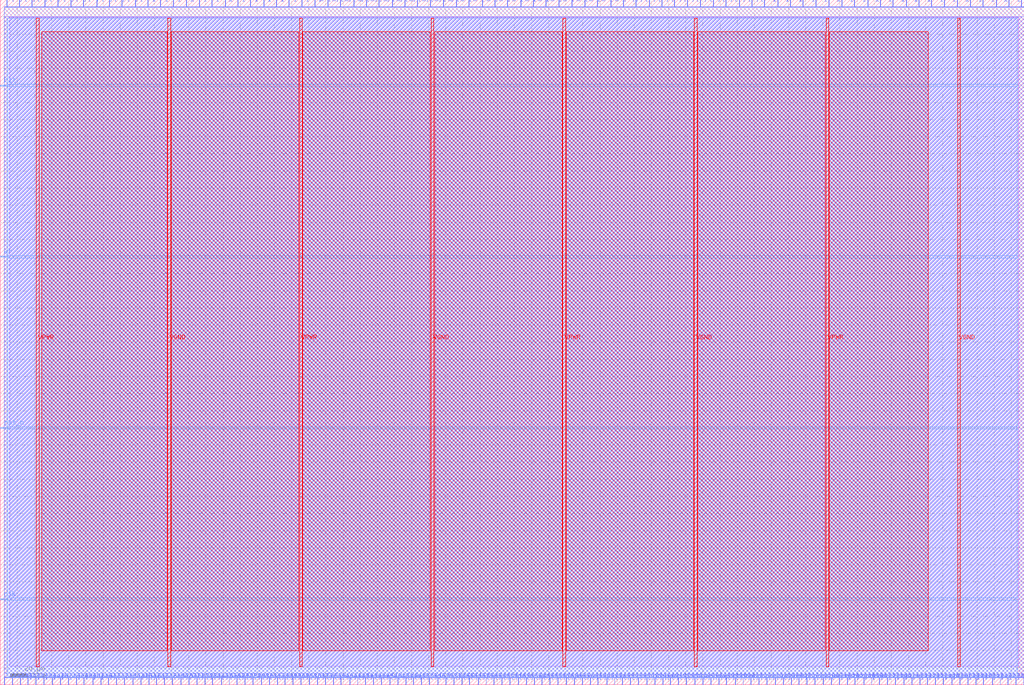
<source format=lef>
VERSION 5.7 ;
  NOWIREEXTENSIONATPIN ON ;
  DIVIDERCHAR "/" ;
  BUSBITCHARS "[]" ;
MACRO DMC_32x16HC
  CLASS BLOCK ;
  FOREIGN DMC_32x16HC ;
  ORIGIN 0.000 0.000 ;
  SIZE 597.470 BY 400.000 ;
  PIN A[0]
    DIRECTION INPUT ;
    USE SIGNAL ;
    PORT
      LAYER met2 ;
        RECT 3.770 396.000 4.050 400.000 ;
    END
  END A[0]
  PIN A[10]
    DIRECTION INPUT ;
    USE SIGNAL ;
    PORT
      LAYER met2 ;
        RECT 78.750 396.000 79.030 400.000 ;
    END
  END A[10]
  PIN A[11]
    DIRECTION INPUT ;
    USE SIGNAL ;
    PORT
      LAYER met2 ;
        RECT 86.110 396.000 86.390 400.000 ;
    END
  END A[11]
  PIN A[12]
    DIRECTION INPUT ;
    USE SIGNAL ;
    PORT
      LAYER met2 ;
        RECT 93.470 396.000 93.750 400.000 ;
    END
  END A[12]
  PIN A[13]
    DIRECTION INPUT ;
    USE SIGNAL ;
    PORT
      LAYER met2 ;
        RECT 100.830 396.000 101.110 400.000 ;
    END
  END A[13]
  PIN A[14]
    DIRECTION INPUT ;
    USE SIGNAL ;
    PORT
      LAYER met2 ;
        RECT 108.650 396.000 108.930 400.000 ;
    END
  END A[14]
  PIN A[15]
    DIRECTION INPUT ;
    USE SIGNAL ;
    PORT
      LAYER met2 ;
        RECT 116.010 396.000 116.290 400.000 ;
    END
  END A[15]
  PIN A[16]
    DIRECTION INPUT ;
    USE SIGNAL ;
    PORT
      LAYER met2 ;
        RECT 123.370 396.000 123.650 400.000 ;
    END
  END A[16]
  PIN A[17]
    DIRECTION INPUT ;
    USE SIGNAL ;
    PORT
      LAYER met2 ;
        RECT 131.190 396.000 131.470 400.000 ;
    END
  END A[17]
  PIN A[18]
    DIRECTION INPUT ;
    USE SIGNAL ;
    PORT
      LAYER met2 ;
        RECT 138.550 396.000 138.830 400.000 ;
    END
  END A[18]
  PIN A[19]
    DIRECTION INPUT ;
    USE SIGNAL ;
    PORT
      LAYER met2 ;
        RECT 145.910 396.000 146.190 400.000 ;
    END
  END A[19]
  PIN A[1]
    DIRECTION INPUT ;
    USE SIGNAL ;
    PORT
      LAYER met2 ;
        RECT 11.130 396.000 11.410 400.000 ;
    END
  END A[1]
  PIN A[20]
    DIRECTION INPUT ;
    USE SIGNAL ;
    PORT
      LAYER met2 ;
        RECT 153.730 396.000 154.010 400.000 ;
    END
  END A[20]
  PIN A[21]
    DIRECTION INPUT ;
    USE SIGNAL ;
    PORT
      LAYER met2 ;
        RECT 161.090 396.000 161.370 400.000 ;
    END
  END A[21]
  PIN A[22]
    DIRECTION INPUT ;
    USE SIGNAL ;
    PORT
      LAYER met2 ;
        RECT 168.450 396.000 168.730 400.000 ;
    END
  END A[22]
  PIN A[23]
    DIRECTION INPUT ;
    USE SIGNAL ;
    PORT
      LAYER met2 ;
        RECT 175.810 396.000 176.090 400.000 ;
    END
  END A[23]
  PIN A[2]
    DIRECTION INPUT ;
    USE SIGNAL ;
    PORT
      LAYER met2 ;
        RECT 18.490 396.000 18.770 400.000 ;
    END
  END A[2]
  PIN A[3]
    DIRECTION INPUT ;
    USE SIGNAL ;
    PORT
      LAYER met2 ;
        RECT 25.850 396.000 26.130 400.000 ;
    END
  END A[3]
  PIN A[4]
    DIRECTION INPUT ;
    USE SIGNAL ;
    PORT
      LAYER met2 ;
        RECT 33.670 396.000 33.950 400.000 ;
    END
  END A[4]
  PIN A[5]
    DIRECTION INPUT ;
    USE SIGNAL ;
    PORT
      LAYER met2 ;
        RECT 41.030 396.000 41.310 400.000 ;
    END
  END A[5]
  PIN A[6]
    DIRECTION INPUT ;
    USE SIGNAL ;
    PORT
      LAYER met2 ;
        RECT 48.390 396.000 48.670 400.000 ;
    END
  END A[6]
  PIN A[7]
    DIRECTION INPUT ;
    USE SIGNAL ;
    PORT
      LAYER met2 ;
        RECT 56.210 396.000 56.490 400.000 ;
    END
  END A[7]
  PIN A[8]
    DIRECTION INPUT ;
    USE SIGNAL ;
    PORT
      LAYER met2 ;
        RECT 63.570 396.000 63.850 400.000 ;
    END
  END A[8]
  PIN A[9]
    DIRECTION INPUT ;
    USE SIGNAL ;
    PORT
      LAYER met2 ;
        RECT 70.930 396.000 71.210 400.000 ;
    END
  END A[9]
  PIN A_h[0]
    DIRECTION INPUT ;
    USE SIGNAL ;
    PORT
      LAYER met2 ;
        RECT 183.630 396.000 183.910 400.000 ;
    END
  END A_h[0]
  PIN A_h[10]
    DIRECTION INPUT ;
    USE SIGNAL ;
    PORT
      LAYER met2 ;
        RECT 258.610 396.000 258.890 400.000 ;
    END
  END A_h[10]
  PIN A_h[11]
    DIRECTION INPUT ;
    USE SIGNAL ;
    PORT
      LAYER met2 ;
        RECT 265.970 396.000 266.250 400.000 ;
    END
  END A_h[11]
  PIN A_h[12]
    DIRECTION INPUT ;
    USE SIGNAL ;
    PORT
      LAYER met2 ;
        RECT 273.330 396.000 273.610 400.000 ;
    END
  END A_h[12]
  PIN A_h[13]
    DIRECTION INPUT ;
    USE SIGNAL ;
    PORT
      LAYER met2 ;
        RECT 281.150 396.000 281.430 400.000 ;
    END
  END A_h[13]
  PIN A_h[14]
    DIRECTION INPUT ;
    USE SIGNAL ;
    PORT
      LAYER met2 ;
        RECT 288.510 396.000 288.790 400.000 ;
    END
  END A_h[14]
  PIN A_h[15]
    DIRECTION INPUT ;
    USE SIGNAL ;
    PORT
      LAYER met2 ;
        RECT 295.870 396.000 296.150 400.000 ;
    END
  END A_h[15]
  PIN A_h[16]
    DIRECTION INPUT ;
    USE SIGNAL ;
    PORT
      LAYER met2 ;
        RECT 303.690 396.000 303.970 400.000 ;
    END
  END A_h[16]
  PIN A_h[17]
    DIRECTION INPUT ;
    USE SIGNAL ;
    PORT
      LAYER met2 ;
        RECT 311.050 396.000 311.330 400.000 ;
    END
  END A_h[17]
  PIN A_h[18]
    DIRECTION INPUT ;
    USE SIGNAL ;
    PORT
      LAYER met2 ;
        RECT 318.410 396.000 318.690 400.000 ;
    END
  END A_h[18]
  PIN A_h[19]
    DIRECTION INPUT ;
    USE SIGNAL ;
    PORT
      LAYER met2 ;
        RECT 325.770 396.000 326.050 400.000 ;
    END
  END A_h[19]
  PIN A_h[1]
    DIRECTION INPUT ;
    USE SIGNAL ;
    PORT
      LAYER met2 ;
        RECT 190.990 396.000 191.270 400.000 ;
    END
  END A_h[1]
  PIN A_h[20]
    DIRECTION INPUT ;
    USE SIGNAL ;
    PORT
      LAYER met2 ;
        RECT 333.590 396.000 333.870 400.000 ;
    END
  END A_h[20]
  PIN A_h[21]
    DIRECTION INPUT ;
    USE SIGNAL ;
    PORT
      LAYER met2 ;
        RECT 340.950 396.000 341.230 400.000 ;
    END
  END A_h[21]
  PIN A_h[22]
    DIRECTION INPUT ;
    USE SIGNAL ;
    PORT
      LAYER met2 ;
        RECT 348.310 396.000 348.590 400.000 ;
    END
  END A_h[22]
  PIN A_h[23]
    DIRECTION INPUT ;
    USE SIGNAL ;
    PORT
      LAYER met2 ;
        RECT 356.130 396.000 356.410 400.000 ;
    END
  END A_h[23]
  PIN A_h[2]
    DIRECTION INPUT ;
    USE SIGNAL ;
    PORT
      LAYER met2 ;
        RECT 198.350 396.000 198.630 400.000 ;
    END
  END A_h[2]
  PIN A_h[3]
    DIRECTION INPUT ;
    USE SIGNAL ;
    PORT
      LAYER met2 ;
        RECT 206.170 396.000 206.450 400.000 ;
    END
  END A_h[3]
  PIN A_h[4]
    DIRECTION INPUT ;
    USE SIGNAL ;
    PORT
      LAYER met2 ;
        RECT 213.530 396.000 213.810 400.000 ;
    END
  END A_h[4]
  PIN A_h[5]
    DIRECTION INPUT ;
    USE SIGNAL ;
    PORT
      LAYER met2 ;
        RECT 220.890 396.000 221.170 400.000 ;
    END
  END A_h[5]
  PIN A_h[6]
    DIRECTION INPUT ;
    USE SIGNAL ;
    PORT
      LAYER met2 ;
        RECT 228.710 396.000 228.990 400.000 ;
    END
  END A_h[6]
  PIN A_h[7]
    DIRECTION INPUT ;
    USE SIGNAL ;
    PORT
      LAYER met2 ;
        RECT 236.070 396.000 236.350 400.000 ;
    END
  END A_h[7]
  PIN A_h[8]
    DIRECTION INPUT ;
    USE SIGNAL ;
    PORT
      LAYER met2 ;
        RECT 243.430 396.000 243.710 400.000 ;
    END
  END A_h[8]
  PIN A_h[9]
    DIRECTION INPUT ;
    USE SIGNAL ;
    PORT
      LAYER met2 ;
        RECT 250.790 396.000 251.070 400.000 ;
    END
  END A_h[9]
  PIN Do[0]
    DIRECTION OUTPUT TRISTATE ;
    USE SIGNAL ;
    PORT
      LAYER met2 ;
        RECT 363.490 396.000 363.770 400.000 ;
    END
  END Do[0]
  PIN Do[10]
    DIRECTION OUTPUT TRISTATE ;
    USE SIGNAL ;
    PORT
      LAYER met2 ;
        RECT 438.470 396.000 438.750 400.000 ;
    END
  END Do[10]
  PIN Do[11]
    DIRECTION OUTPUT TRISTATE ;
    USE SIGNAL ;
    PORT
      LAYER met2 ;
        RECT 445.830 396.000 446.110 400.000 ;
    END
  END Do[11]
  PIN Do[12]
    DIRECTION OUTPUT TRISTATE ;
    USE SIGNAL ;
    PORT
      LAYER met2 ;
        RECT 453.650 396.000 453.930 400.000 ;
    END
  END Do[12]
  PIN Do[13]
    DIRECTION OUTPUT TRISTATE ;
    USE SIGNAL ;
    PORT
      LAYER met2 ;
        RECT 461.010 396.000 461.290 400.000 ;
    END
  END Do[13]
  PIN Do[14]
    DIRECTION OUTPUT TRISTATE ;
    USE SIGNAL ;
    PORT
      LAYER met2 ;
        RECT 468.370 396.000 468.650 400.000 ;
    END
  END Do[14]
  PIN Do[15]
    DIRECTION OUTPUT TRISTATE ;
    USE SIGNAL ;
    PORT
      LAYER met2 ;
        RECT 475.730 396.000 476.010 400.000 ;
    END
  END Do[15]
  PIN Do[16]
    DIRECTION OUTPUT TRISTATE ;
    USE SIGNAL ;
    PORT
      LAYER met2 ;
        RECT 483.550 396.000 483.830 400.000 ;
    END
  END Do[16]
  PIN Do[17]
    DIRECTION OUTPUT TRISTATE ;
    USE SIGNAL ;
    PORT
      LAYER met2 ;
        RECT 490.910 396.000 491.190 400.000 ;
    END
  END Do[17]
  PIN Do[18]
    DIRECTION OUTPUT TRISTATE ;
    USE SIGNAL ;
    PORT
      LAYER met2 ;
        RECT 498.270 396.000 498.550 400.000 ;
    END
  END Do[18]
  PIN Do[19]
    DIRECTION OUTPUT TRISTATE ;
    USE SIGNAL ;
    PORT
      LAYER met2 ;
        RECT 506.090 396.000 506.370 400.000 ;
    END
  END Do[19]
  PIN Do[1]
    DIRECTION OUTPUT TRISTATE ;
    USE SIGNAL ;
    PORT
      LAYER met2 ;
        RECT 370.850 396.000 371.130 400.000 ;
    END
  END Do[1]
  PIN Do[20]
    DIRECTION OUTPUT TRISTATE ;
    USE SIGNAL ;
    PORT
      LAYER met2 ;
        RECT 513.450 396.000 513.730 400.000 ;
    END
  END Do[20]
  PIN Do[21]
    DIRECTION OUTPUT TRISTATE ;
    USE SIGNAL ;
    PORT
      LAYER met2 ;
        RECT 520.810 396.000 521.090 400.000 ;
    END
  END Do[21]
  PIN Do[22]
    DIRECTION OUTPUT TRISTATE ;
    USE SIGNAL ;
    PORT
      LAYER met2 ;
        RECT 528.630 396.000 528.910 400.000 ;
    END
  END Do[22]
  PIN Do[23]
    DIRECTION OUTPUT TRISTATE ;
    USE SIGNAL ;
    PORT
      LAYER met2 ;
        RECT 535.990 396.000 536.270 400.000 ;
    END
  END Do[23]
  PIN Do[24]
    DIRECTION OUTPUT TRISTATE ;
    USE SIGNAL ;
    PORT
      LAYER met2 ;
        RECT 543.350 396.000 543.630 400.000 ;
    END
  END Do[24]
  PIN Do[25]
    DIRECTION OUTPUT TRISTATE ;
    USE SIGNAL ;
    PORT
      LAYER met2 ;
        RECT 550.710 396.000 550.990 400.000 ;
    END
  END Do[25]
  PIN Do[26]
    DIRECTION OUTPUT TRISTATE ;
    USE SIGNAL ;
    PORT
      LAYER met2 ;
        RECT 558.530 396.000 558.810 400.000 ;
    END
  END Do[26]
  PIN Do[27]
    DIRECTION OUTPUT TRISTATE ;
    USE SIGNAL ;
    PORT
      LAYER met2 ;
        RECT 565.890 396.000 566.170 400.000 ;
    END
  END Do[27]
  PIN Do[28]
    DIRECTION OUTPUT TRISTATE ;
    USE SIGNAL ;
    PORT
      LAYER met2 ;
        RECT 573.250 396.000 573.530 400.000 ;
    END
  END Do[28]
  PIN Do[29]
    DIRECTION OUTPUT TRISTATE ;
    USE SIGNAL ;
    PORT
      LAYER met2 ;
        RECT 581.070 396.000 581.350 400.000 ;
    END
  END Do[29]
  PIN Do[2]
    DIRECTION OUTPUT TRISTATE ;
    USE SIGNAL ;
    PORT
      LAYER met2 ;
        RECT 378.670 396.000 378.950 400.000 ;
    END
  END Do[2]
  PIN Do[30]
    DIRECTION OUTPUT TRISTATE ;
    USE SIGNAL ;
    PORT
      LAYER met2 ;
        RECT 588.430 396.000 588.710 400.000 ;
    END
  END Do[30]
  PIN Do[31]
    DIRECTION OUTPUT TRISTATE ;
    USE SIGNAL ;
    PORT
      LAYER met2 ;
        RECT 595.790 396.000 596.070 400.000 ;
    END
  END Do[31]
  PIN Do[3]
    DIRECTION OUTPUT TRISTATE ;
    USE SIGNAL ;
    PORT
      LAYER met2 ;
        RECT 386.030 396.000 386.310 400.000 ;
    END
  END Do[3]
  PIN Do[4]
    DIRECTION OUTPUT TRISTATE ;
    USE SIGNAL ;
    PORT
      LAYER met2 ;
        RECT 393.390 396.000 393.670 400.000 ;
    END
  END Do[4]
  PIN Do[5]
    DIRECTION OUTPUT TRISTATE ;
    USE SIGNAL ;
    PORT
      LAYER met2 ;
        RECT 400.750 396.000 401.030 400.000 ;
    END
  END Do[5]
  PIN Do[6]
    DIRECTION OUTPUT TRISTATE ;
    USE SIGNAL ;
    PORT
      LAYER met2 ;
        RECT 408.570 396.000 408.850 400.000 ;
    END
  END Do[6]
  PIN Do[7]
    DIRECTION OUTPUT TRISTATE ;
    USE SIGNAL ;
    PORT
      LAYER met2 ;
        RECT 415.930 396.000 416.210 400.000 ;
    END
  END Do[7]
  PIN Do[8]
    DIRECTION OUTPUT TRISTATE ;
    USE SIGNAL ;
    PORT
      LAYER met2 ;
        RECT 423.290 396.000 423.570 400.000 ;
    END
  END Do[8]
  PIN Do[9]
    DIRECTION OUTPUT TRISTATE ;
    USE SIGNAL ;
    PORT
      LAYER met2 ;
        RECT 431.110 396.000 431.390 400.000 ;
    END
  END Do[9]
  PIN clk
    DIRECTION INPUT ;
    USE SIGNAL ;
    PORT
      LAYER met3 ;
        RECT 0.000 49.680 4.000 50.280 ;
    END
  END clk
  PIN hit
    DIRECTION OUTPUT TRISTATE ;
    USE SIGNAL ;
    PORT
      LAYER met3 ;
        RECT 0.000 349.560 4.000 350.160 ;
    END
  END hit
  PIN line[0]
    DIRECTION INPUT ;
    USE SIGNAL ;
    PORT
      LAYER met2 ;
        RECT 2.390 0.000 2.670 4.000 ;
    END
  END line[0]
  PIN line[100]
    DIRECTION INPUT ;
    USE SIGNAL ;
    PORT
      LAYER met2 ;
        RECT 470.670 0.000 470.950 4.000 ;
    END
  END line[100]
  PIN line[101]
    DIRECTION INPUT ;
    USE SIGNAL ;
    PORT
      LAYER met2 ;
        RECT 475.270 0.000 475.550 4.000 ;
    END
  END line[101]
  PIN line[102]
    DIRECTION INPUT ;
    USE SIGNAL ;
    PORT
      LAYER met2 ;
        RECT 480.330 0.000 480.610 4.000 ;
    END
  END line[102]
  PIN line[103]
    DIRECTION INPUT ;
    USE SIGNAL ;
    PORT
      LAYER met2 ;
        RECT 484.930 0.000 485.210 4.000 ;
    END
  END line[103]
  PIN line[104]
    DIRECTION INPUT ;
    USE SIGNAL ;
    PORT
      LAYER met2 ;
        RECT 489.530 0.000 489.810 4.000 ;
    END
  END line[104]
  PIN line[105]
    DIRECTION INPUT ;
    USE SIGNAL ;
    PORT
      LAYER met2 ;
        RECT 494.130 0.000 494.410 4.000 ;
    END
  END line[105]
  PIN line[106]
    DIRECTION INPUT ;
    USE SIGNAL ;
    PORT
      LAYER met2 ;
        RECT 498.730 0.000 499.010 4.000 ;
    END
  END line[106]
  PIN line[107]
    DIRECTION INPUT ;
    USE SIGNAL ;
    PORT
      LAYER met2 ;
        RECT 503.790 0.000 504.070 4.000 ;
    END
  END line[107]
  PIN line[108]
    DIRECTION INPUT ;
    USE SIGNAL ;
    PORT
      LAYER met2 ;
        RECT 508.390 0.000 508.670 4.000 ;
    END
  END line[108]
  PIN line[109]
    DIRECTION INPUT ;
    USE SIGNAL ;
    PORT
      LAYER met2 ;
        RECT 512.990 0.000 513.270 4.000 ;
    END
  END line[109]
  PIN line[10]
    DIRECTION INPUT ;
    USE SIGNAL ;
    PORT
      LAYER met2 ;
        RECT 48.850 0.000 49.130 4.000 ;
    END
  END line[10]
  PIN line[110]
    DIRECTION INPUT ;
    USE SIGNAL ;
    PORT
      LAYER met2 ;
        RECT 517.590 0.000 517.870 4.000 ;
    END
  END line[110]
  PIN line[111]
    DIRECTION INPUT ;
    USE SIGNAL ;
    PORT
      LAYER met2 ;
        RECT 522.190 0.000 522.470 4.000 ;
    END
  END line[111]
  PIN line[112]
    DIRECTION INPUT ;
    USE SIGNAL ;
    PORT
      LAYER met2 ;
        RECT 527.250 0.000 527.530 4.000 ;
    END
  END line[112]
  PIN line[113]
    DIRECTION INPUT ;
    USE SIGNAL ;
    PORT
      LAYER met2 ;
        RECT 531.850 0.000 532.130 4.000 ;
    END
  END line[113]
  PIN line[114]
    DIRECTION INPUT ;
    USE SIGNAL ;
    PORT
      LAYER met2 ;
        RECT 536.450 0.000 536.730 4.000 ;
    END
  END line[114]
  PIN line[115]
    DIRECTION INPUT ;
    USE SIGNAL ;
    PORT
      LAYER met2 ;
        RECT 541.050 0.000 541.330 4.000 ;
    END
  END line[115]
  PIN line[116]
    DIRECTION INPUT ;
    USE SIGNAL ;
    PORT
      LAYER met2 ;
        RECT 545.650 0.000 545.930 4.000 ;
    END
  END line[116]
  PIN line[117]
    DIRECTION INPUT ;
    USE SIGNAL ;
    PORT
      LAYER met2 ;
        RECT 550.250 0.000 550.530 4.000 ;
    END
  END line[117]
  PIN line[118]
    DIRECTION INPUT ;
    USE SIGNAL ;
    PORT
      LAYER met2 ;
        RECT 555.310 0.000 555.590 4.000 ;
    END
  END line[118]
  PIN line[119]
    DIRECTION INPUT ;
    USE SIGNAL ;
    PORT
      LAYER met2 ;
        RECT 559.910 0.000 560.190 4.000 ;
    END
  END line[119]
  PIN line[11]
    DIRECTION INPUT ;
    USE SIGNAL ;
    PORT
      LAYER met2 ;
        RECT 53.910 0.000 54.190 4.000 ;
    END
  END line[11]
  PIN line[120]
    DIRECTION INPUT ;
    USE SIGNAL ;
    PORT
      LAYER met2 ;
        RECT 564.510 0.000 564.790 4.000 ;
    END
  END line[120]
  PIN line[121]
    DIRECTION INPUT ;
    USE SIGNAL ;
    PORT
      LAYER met2 ;
        RECT 569.110 0.000 569.390 4.000 ;
    END
  END line[121]
  PIN line[122]
    DIRECTION INPUT ;
    USE SIGNAL ;
    PORT
      LAYER met2 ;
        RECT 573.710 0.000 573.990 4.000 ;
    END
  END line[122]
  PIN line[123]
    DIRECTION INPUT ;
    USE SIGNAL ;
    PORT
      LAYER met2 ;
        RECT 578.770 0.000 579.050 4.000 ;
    END
  END line[123]
  PIN line[124]
    DIRECTION INPUT ;
    USE SIGNAL ;
    PORT
      LAYER met2 ;
        RECT 583.370 0.000 583.650 4.000 ;
    END
  END line[124]
  PIN line[125]
    DIRECTION INPUT ;
    USE SIGNAL ;
    PORT
      LAYER met2 ;
        RECT 587.970 0.000 588.250 4.000 ;
    END
  END line[125]
  PIN line[126]
    DIRECTION INPUT ;
    USE SIGNAL ;
    PORT
      LAYER met2 ;
        RECT 592.570 0.000 592.850 4.000 ;
    END
  END line[126]
  PIN line[127]
    DIRECTION INPUT ;
    USE SIGNAL ;
    PORT
      LAYER met2 ;
        RECT 597.170 0.000 597.450 4.000 ;
    END
  END line[127]
  PIN line[12]
    DIRECTION INPUT ;
    USE SIGNAL ;
    PORT
      LAYER met2 ;
        RECT 58.510 0.000 58.790 4.000 ;
    END
  END line[12]
  PIN line[13]
    DIRECTION INPUT ;
    USE SIGNAL ;
    PORT
      LAYER met2 ;
        RECT 63.110 0.000 63.390 4.000 ;
    END
  END line[13]
  PIN line[14]
    DIRECTION INPUT ;
    USE SIGNAL ;
    PORT
      LAYER met2 ;
        RECT 67.710 0.000 67.990 4.000 ;
    END
  END line[14]
  PIN line[15]
    DIRECTION INPUT ;
    USE SIGNAL ;
    PORT
      LAYER met2 ;
        RECT 72.310 0.000 72.590 4.000 ;
    END
  END line[15]
  PIN line[16]
    DIRECTION INPUT ;
    USE SIGNAL ;
    PORT
      LAYER met2 ;
        RECT 77.370 0.000 77.650 4.000 ;
    END
  END line[16]
  PIN line[17]
    DIRECTION INPUT ;
    USE SIGNAL ;
    PORT
      LAYER met2 ;
        RECT 81.970 0.000 82.250 4.000 ;
    END
  END line[17]
  PIN line[18]
    DIRECTION INPUT ;
    USE SIGNAL ;
    PORT
      LAYER met2 ;
        RECT 86.570 0.000 86.850 4.000 ;
    END
  END line[18]
  PIN line[19]
    DIRECTION INPUT ;
    USE SIGNAL ;
    PORT
      LAYER met2 ;
        RECT 91.170 0.000 91.450 4.000 ;
    END
  END line[19]
  PIN line[1]
    DIRECTION INPUT ;
    USE SIGNAL ;
    PORT
      LAYER met2 ;
        RECT 6.990 0.000 7.270 4.000 ;
    END
  END line[1]
  PIN line[20]
    DIRECTION INPUT ;
    USE SIGNAL ;
    PORT
      LAYER met2 ;
        RECT 95.770 0.000 96.050 4.000 ;
    END
  END line[20]
  PIN line[21]
    DIRECTION INPUT ;
    USE SIGNAL ;
    PORT
      LAYER met2 ;
        RECT 100.370 0.000 100.650 4.000 ;
    END
  END line[21]
  PIN line[22]
    DIRECTION INPUT ;
    USE SIGNAL ;
    PORT
      LAYER met2 ;
        RECT 105.430 0.000 105.710 4.000 ;
    END
  END line[22]
  PIN line[23]
    DIRECTION INPUT ;
    USE SIGNAL ;
    PORT
      LAYER met2 ;
        RECT 110.030 0.000 110.310 4.000 ;
    END
  END line[23]
  PIN line[24]
    DIRECTION INPUT ;
    USE SIGNAL ;
    PORT
      LAYER met2 ;
        RECT 114.630 0.000 114.910 4.000 ;
    END
  END line[24]
  PIN line[25]
    DIRECTION INPUT ;
    USE SIGNAL ;
    PORT
      LAYER met2 ;
        RECT 119.230 0.000 119.510 4.000 ;
    END
  END line[25]
  PIN line[26]
    DIRECTION INPUT ;
    USE SIGNAL ;
    PORT
      LAYER met2 ;
        RECT 123.830 0.000 124.110 4.000 ;
    END
  END line[26]
  PIN line[27]
    DIRECTION INPUT ;
    USE SIGNAL ;
    PORT
      LAYER met2 ;
        RECT 128.890 0.000 129.170 4.000 ;
    END
  END line[27]
  PIN line[28]
    DIRECTION INPUT ;
    USE SIGNAL ;
    PORT
      LAYER met2 ;
        RECT 133.490 0.000 133.770 4.000 ;
    END
  END line[28]
  PIN line[29]
    DIRECTION INPUT ;
    USE SIGNAL ;
    PORT
      LAYER met2 ;
        RECT 138.090 0.000 138.370 4.000 ;
    END
  END line[29]
  PIN line[2]
    DIRECTION INPUT ;
    USE SIGNAL ;
    PORT
      LAYER met2 ;
        RECT 11.590 0.000 11.870 4.000 ;
    END
  END line[2]
  PIN line[30]
    DIRECTION INPUT ;
    USE SIGNAL ;
    PORT
      LAYER met2 ;
        RECT 142.690 0.000 142.970 4.000 ;
    END
  END line[30]
  PIN line[31]
    DIRECTION INPUT ;
    USE SIGNAL ;
    PORT
      LAYER met2 ;
        RECT 147.290 0.000 147.570 4.000 ;
    END
  END line[31]
  PIN line[32]
    DIRECTION INPUT ;
    USE SIGNAL ;
    PORT
      LAYER met2 ;
        RECT 152.350 0.000 152.630 4.000 ;
    END
  END line[32]
  PIN line[33]
    DIRECTION INPUT ;
    USE SIGNAL ;
    PORT
      LAYER met2 ;
        RECT 156.950 0.000 157.230 4.000 ;
    END
  END line[33]
  PIN line[34]
    DIRECTION INPUT ;
    USE SIGNAL ;
    PORT
      LAYER met2 ;
        RECT 161.550 0.000 161.830 4.000 ;
    END
  END line[34]
  PIN line[35]
    DIRECTION INPUT ;
    USE SIGNAL ;
    PORT
      LAYER met2 ;
        RECT 166.150 0.000 166.430 4.000 ;
    END
  END line[35]
  PIN line[36]
    DIRECTION INPUT ;
    USE SIGNAL ;
    PORT
      LAYER met2 ;
        RECT 170.750 0.000 171.030 4.000 ;
    END
  END line[36]
  PIN line[37]
    DIRECTION INPUT ;
    USE SIGNAL ;
    PORT
      LAYER met2 ;
        RECT 175.350 0.000 175.630 4.000 ;
    END
  END line[37]
  PIN line[38]
    DIRECTION INPUT ;
    USE SIGNAL ;
    PORT
      LAYER met2 ;
        RECT 180.410 0.000 180.690 4.000 ;
    END
  END line[38]
  PIN line[39]
    DIRECTION INPUT ;
    USE SIGNAL ;
    PORT
      LAYER met2 ;
        RECT 185.010 0.000 185.290 4.000 ;
    END
  END line[39]
  PIN line[3]
    DIRECTION INPUT ;
    USE SIGNAL ;
    PORT
      LAYER met2 ;
        RECT 16.190 0.000 16.470 4.000 ;
    END
  END line[3]
  PIN line[40]
    DIRECTION INPUT ;
    USE SIGNAL ;
    PORT
      LAYER met2 ;
        RECT 189.610 0.000 189.890 4.000 ;
    END
  END line[40]
  PIN line[41]
    DIRECTION INPUT ;
    USE SIGNAL ;
    PORT
      LAYER met2 ;
        RECT 194.210 0.000 194.490 4.000 ;
    END
  END line[41]
  PIN line[42]
    DIRECTION INPUT ;
    USE SIGNAL ;
    PORT
      LAYER met2 ;
        RECT 198.810 0.000 199.090 4.000 ;
    END
  END line[42]
  PIN line[43]
    DIRECTION INPUT ;
    USE SIGNAL ;
    PORT
      LAYER met2 ;
        RECT 203.870 0.000 204.150 4.000 ;
    END
  END line[43]
  PIN line[44]
    DIRECTION INPUT ;
    USE SIGNAL ;
    PORT
      LAYER met2 ;
        RECT 208.470 0.000 208.750 4.000 ;
    END
  END line[44]
  PIN line[45]
    DIRECTION INPUT ;
    USE SIGNAL ;
    PORT
      LAYER met2 ;
        RECT 213.070 0.000 213.350 4.000 ;
    END
  END line[45]
  PIN line[46]
    DIRECTION INPUT ;
    USE SIGNAL ;
    PORT
      LAYER met2 ;
        RECT 217.670 0.000 217.950 4.000 ;
    END
  END line[46]
  PIN line[47]
    DIRECTION INPUT ;
    USE SIGNAL ;
    PORT
      LAYER met2 ;
        RECT 222.270 0.000 222.550 4.000 ;
    END
  END line[47]
  PIN line[48]
    DIRECTION INPUT ;
    USE SIGNAL ;
    PORT
      LAYER met2 ;
        RECT 227.330 0.000 227.610 4.000 ;
    END
  END line[48]
  PIN line[49]
    DIRECTION INPUT ;
    USE SIGNAL ;
    PORT
      LAYER met2 ;
        RECT 231.930 0.000 232.210 4.000 ;
    END
  END line[49]
  PIN line[4]
    DIRECTION INPUT ;
    USE SIGNAL ;
    PORT
      LAYER met2 ;
        RECT 20.790 0.000 21.070 4.000 ;
    END
  END line[4]
  PIN line[50]
    DIRECTION INPUT ;
    USE SIGNAL ;
    PORT
      LAYER met2 ;
        RECT 236.530 0.000 236.810 4.000 ;
    END
  END line[50]
  PIN line[51]
    DIRECTION INPUT ;
    USE SIGNAL ;
    PORT
      LAYER met2 ;
        RECT 241.130 0.000 241.410 4.000 ;
    END
  END line[51]
  PIN line[52]
    DIRECTION INPUT ;
    USE SIGNAL ;
    PORT
      LAYER met2 ;
        RECT 245.730 0.000 246.010 4.000 ;
    END
  END line[52]
  PIN line[53]
    DIRECTION INPUT ;
    USE SIGNAL ;
    PORT
      LAYER met2 ;
        RECT 250.330 0.000 250.610 4.000 ;
    END
  END line[53]
  PIN line[54]
    DIRECTION INPUT ;
    USE SIGNAL ;
    PORT
      LAYER met2 ;
        RECT 255.390 0.000 255.670 4.000 ;
    END
  END line[54]
  PIN line[55]
    DIRECTION INPUT ;
    USE SIGNAL ;
    PORT
      LAYER met2 ;
        RECT 259.990 0.000 260.270 4.000 ;
    END
  END line[55]
  PIN line[56]
    DIRECTION INPUT ;
    USE SIGNAL ;
    PORT
      LAYER met2 ;
        RECT 264.590 0.000 264.870 4.000 ;
    END
  END line[56]
  PIN line[57]
    DIRECTION INPUT ;
    USE SIGNAL ;
    PORT
      LAYER met2 ;
        RECT 269.190 0.000 269.470 4.000 ;
    END
  END line[57]
  PIN line[58]
    DIRECTION INPUT ;
    USE SIGNAL ;
    PORT
      LAYER met2 ;
        RECT 273.790 0.000 274.070 4.000 ;
    END
  END line[58]
  PIN line[59]
    DIRECTION INPUT ;
    USE SIGNAL ;
    PORT
      LAYER met2 ;
        RECT 278.850 0.000 279.130 4.000 ;
    END
  END line[59]
  PIN line[5]
    DIRECTION INPUT ;
    USE SIGNAL ;
    PORT
      LAYER met2 ;
        RECT 25.390 0.000 25.670 4.000 ;
    END
  END line[5]
  PIN line[60]
    DIRECTION INPUT ;
    USE SIGNAL ;
    PORT
      LAYER met2 ;
        RECT 283.450 0.000 283.730 4.000 ;
    END
  END line[60]
  PIN line[61]
    DIRECTION INPUT ;
    USE SIGNAL ;
    PORT
      LAYER met2 ;
        RECT 288.050 0.000 288.330 4.000 ;
    END
  END line[61]
  PIN line[62]
    DIRECTION INPUT ;
    USE SIGNAL ;
    PORT
      LAYER met2 ;
        RECT 292.650 0.000 292.930 4.000 ;
    END
  END line[62]
  PIN line[63]
    DIRECTION INPUT ;
    USE SIGNAL ;
    PORT
      LAYER met2 ;
        RECT 297.250 0.000 297.530 4.000 ;
    END
  END line[63]
  PIN line[64]
    DIRECTION INPUT ;
    USE SIGNAL ;
    PORT
      LAYER met2 ;
        RECT 302.310 0.000 302.590 4.000 ;
    END
  END line[64]
  PIN line[65]
    DIRECTION INPUT ;
    USE SIGNAL ;
    PORT
      LAYER met2 ;
        RECT 306.910 0.000 307.190 4.000 ;
    END
  END line[65]
  PIN line[66]
    DIRECTION INPUT ;
    USE SIGNAL ;
    PORT
      LAYER met2 ;
        RECT 311.510 0.000 311.790 4.000 ;
    END
  END line[66]
  PIN line[67]
    DIRECTION INPUT ;
    USE SIGNAL ;
    PORT
      LAYER met2 ;
        RECT 316.110 0.000 316.390 4.000 ;
    END
  END line[67]
  PIN line[68]
    DIRECTION INPUT ;
    USE SIGNAL ;
    PORT
      LAYER met2 ;
        RECT 320.710 0.000 320.990 4.000 ;
    END
  END line[68]
  PIN line[69]
    DIRECTION INPUT ;
    USE SIGNAL ;
    PORT
      LAYER met2 ;
        RECT 325.310 0.000 325.590 4.000 ;
    END
  END line[69]
  PIN line[6]
    DIRECTION INPUT ;
    USE SIGNAL ;
    PORT
      LAYER met2 ;
        RECT 30.450 0.000 30.730 4.000 ;
    END
  END line[6]
  PIN line[70]
    DIRECTION INPUT ;
    USE SIGNAL ;
    PORT
      LAYER met2 ;
        RECT 330.370 0.000 330.650 4.000 ;
    END
  END line[70]
  PIN line[71]
    DIRECTION INPUT ;
    USE SIGNAL ;
    PORT
      LAYER met2 ;
        RECT 334.970 0.000 335.250 4.000 ;
    END
  END line[71]
  PIN line[72]
    DIRECTION INPUT ;
    USE SIGNAL ;
    PORT
      LAYER met2 ;
        RECT 339.570 0.000 339.850 4.000 ;
    END
  END line[72]
  PIN line[73]
    DIRECTION INPUT ;
    USE SIGNAL ;
    PORT
      LAYER met2 ;
        RECT 344.170 0.000 344.450 4.000 ;
    END
  END line[73]
  PIN line[74]
    DIRECTION INPUT ;
    USE SIGNAL ;
    PORT
      LAYER met2 ;
        RECT 348.770 0.000 349.050 4.000 ;
    END
  END line[74]
  PIN line[75]
    DIRECTION INPUT ;
    USE SIGNAL ;
    PORT
      LAYER met2 ;
        RECT 353.830 0.000 354.110 4.000 ;
    END
  END line[75]
  PIN line[76]
    DIRECTION INPUT ;
    USE SIGNAL ;
    PORT
      LAYER met2 ;
        RECT 358.430 0.000 358.710 4.000 ;
    END
  END line[76]
  PIN line[77]
    DIRECTION INPUT ;
    USE SIGNAL ;
    PORT
      LAYER met2 ;
        RECT 363.030 0.000 363.310 4.000 ;
    END
  END line[77]
  PIN line[78]
    DIRECTION INPUT ;
    USE SIGNAL ;
    PORT
      LAYER met2 ;
        RECT 367.630 0.000 367.910 4.000 ;
    END
  END line[78]
  PIN line[79]
    DIRECTION INPUT ;
    USE SIGNAL ;
    PORT
      LAYER met2 ;
        RECT 372.230 0.000 372.510 4.000 ;
    END
  END line[79]
  PIN line[7]
    DIRECTION INPUT ;
    USE SIGNAL ;
    PORT
      LAYER met2 ;
        RECT 35.050 0.000 35.330 4.000 ;
    END
  END line[7]
  PIN line[80]
    DIRECTION INPUT ;
    USE SIGNAL ;
    PORT
      LAYER met2 ;
        RECT 377.290 0.000 377.570 4.000 ;
    END
  END line[80]
  PIN line[81]
    DIRECTION INPUT ;
    USE SIGNAL ;
    PORT
      LAYER met2 ;
        RECT 381.890 0.000 382.170 4.000 ;
    END
  END line[81]
  PIN line[82]
    DIRECTION INPUT ;
    USE SIGNAL ;
    PORT
      LAYER met2 ;
        RECT 386.490 0.000 386.770 4.000 ;
    END
  END line[82]
  PIN line[83]
    DIRECTION INPUT ;
    USE SIGNAL ;
    PORT
      LAYER met2 ;
        RECT 391.090 0.000 391.370 4.000 ;
    END
  END line[83]
  PIN line[84]
    DIRECTION INPUT ;
    USE SIGNAL ;
    PORT
      LAYER met2 ;
        RECT 395.690 0.000 395.970 4.000 ;
    END
  END line[84]
  PIN line[85]
    DIRECTION INPUT ;
    USE SIGNAL ;
    PORT
      LAYER met2 ;
        RECT 400.290 0.000 400.570 4.000 ;
    END
  END line[85]
  PIN line[86]
    DIRECTION INPUT ;
    USE SIGNAL ;
    PORT
      LAYER met2 ;
        RECT 405.350 0.000 405.630 4.000 ;
    END
  END line[86]
  PIN line[87]
    DIRECTION INPUT ;
    USE SIGNAL ;
    PORT
      LAYER met2 ;
        RECT 409.950 0.000 410.230 4.000 ;
    END
  END line[87]
  PIN line[88]
    DIRECTION INPUT ;
    USE SIGNAL ;
    PORT
      LAYER met2 ;
        RECT 414.550 0.000 414.830 4.000 ;
    END
  END line[88]
  PIN line[89]
    DIRECTION INPUT ;
    USE SIGNAL ;
    PORT
      LAYER met2 ;
        RECT 419.150 0.000 419.430 4.000 ;
    END
  END line[89]
  PIN line[8]
    DIRECTION INPUT ;
    USE SIGNAL ;
    PORT
      LAYER met2 ;
        RECT 39.650 0.000 39.930 4.000 ;
    END
  END line[8]
  PIN line[90]
    DIRECTION INPUT ;
    USE SIGNAL ;
    PORT
      LAYER met2 ;
        RECT 423.750 0.000 424.030 4.000 ;
    END
  END line[90]
  PIN line[91]
    DIRECTION INPUT ;
    USE SIGNAL ;
    PORT
      LAYER met2 ;
        RECT 428.810 0.000 429.090 4.000 ;
    END
  END line[91]
  PIN line[92]
    DIRECTION INPUT ;
    USE SIGNAL ;
    PORT
      LAYER met2 ;
        RECT 433.410 0.000 433.690 4.000 ;
    END
  END line[92]
  PIN line[93]
    DIRECTION INPUT ;
    USE SIGNAL ;
    PORT
      LAYER met2 ;
        RECT 438.010 0.000 438.290 4.000 ;
    END
  END line[93]
  PIN line[94]
    DIRECTION INPUT ;
    USE SIGNAL ;
    PORT
      LAYER met2 ;
        RECT 442.610 0.000 442.890 4.000 ;
    END
  END line[94]
  PIN line[95]
    DIRECTION INPUT ;
    USE SIGNAL ;
    PORT
      LAYER met2 ;
        RECT 447.210 0.000 447.490 4.000 ;
    END
  END line[95]
  PIN line[96]
    DIRECTION INPUT ;
    USE SIGNAL ;
    PORT
      LAYER met2 ;
        RECT 452.270 0.000 452.550 4.000 ;
    END
  END line[96]
  PIN line[97]
    DIRECTION INPUT ;
    USE SIGNAL ;
    PORT
      LAYER met2 ;
        RECT 456.870 0.000 457.150 4.000 ;
    END
  END line[97]
  PIN line[98]
    DIRECTION INPUT ;
    USE SIGNAL ;
    PORT
      LAYER met2 ;
        RECT 461.470 0.000 461.750 4.000 ;
    END
  END line[98]
  PIN line[99]
    DIRECTION INPUT ;
    USE SIGNAL ;
    PORT
      LAYER met2 ;
        RECT 466.070 0.000 466.350 4.000 ;
    END
  END line[99]
  PIN line[9]
    DIRECTION INPUT ;
    USE SIGNAL ;
    PORT
      LAYER met2 ;
        RECT 44.250 0.000 44.530 4.000 ;
    END
  END line[9]
  PIN rst_n
    DIRECTION INPUT ;
    USE SIGNAL ;
    PORT
      LAYER met3 ;
        RECT 0.000 149.640 4.000 150.240 ;
    END
  END rst_n
  PIN wr
    DIRECTION INPUT ;
    USE SIGNAL ;
    PORT
      LAYER met3 ;
        RECT 0.000 249.600 4.000 250.200 ;
    END
  END wr
  PIN VPWR
    DIRECTION INOUT ;
    USE POWER ;
    PORT
      LAYER met4 ;
        RECT 481.840 10.640 483.440 389.200 ;
    END
  END VPWR
  PIN VPWR
    DIRECTION INOUT ;
    USE POWER ;
    PORT
      LAYER met4 ;
        RECT 328.240 10.640 329.840 389.200 ;
    END
  END VPWR
  PIN VPWR
    DIRECTION INOUT ;
    USE POWER ;
    PORT
      LAYER met4 ;
        RECT 174.640 10.640 176.240 389.200 ;
    END
  END VPWR
  PIN VPWR
    DIRECTION INOUT ;
    USE POWER ;
    PORT
      LAYER met4 ;
        RECT 21.040 10.640 22.640 389.200 ;
    END
  END VPWR
  PIN VGND
    DIRECTION INOUT ;
    USE GROUND ;
    PORT
      LAYER met4 ;
        RECT 558.640 10.640 560.240 389.200 ;
    END
  END VGND
  PIN VGND
    DIRECTION INOUT ;
    USE GROUND ;
    PORT
      LAYER met4 ;
        RECT 405.040 10.640 406.640 389.200 ;
    END
  END VGND
  PIN VGND
    DIRECTION INOUT ;
    USE GROUND ;
    PORT
      LAYER met4 ;
        RECT 251.440 10.640 253.040 389.200 ;
    END
  END VGND
  PIN VGND
    DIRECTION INOUT ;
    USE GROUND ;
    PORT
      LAYER met4 ;
        RECT 97.840 10.640 99.440 389.200 ;
    END
  END VGND
  OBS
      LAYER li1 ;
        RECT 5.520 10.795 594.320 389.895 ;
      LAYER met1 ;
        RECT 2.370 4.460 597.470 389.940 ;
      LAYER met2 ;
        RECT 2.400 395.720 3.490 396.000 ;
        RECT 4.330 395.720 10.850 396.000 ;
        RECT 11.690 395.720 18.210 396.000 ;
        RECT 19.050 395.720 25.570 396.000 ;
        RECT 26.410 395.720 33.390 396.000 ;
        RECT 34.230 395.720 40.750 396.000 ;
        RECT 41.590 395.720 48.110 396.000 ;
        RECT 48.950 395.720 55.930 396.000 ;
        RECT 56.770 395.720 63.290 396.000 ;
        RECT 64.130 395.720 70.650 396.000 ;
        RECT 71.490 395.720 78.470 396.000 ;
        RECT 79.310 395.720 85.830 396.000 ;
        RECT 86.670 395.720 93.190 396.000 ;
        RECT 94.030 395.720 100.550 396.000 ;
        RECT 101.390 395.720 108.370 396.000 ;
        RECT 109.210 395.720 115.730 396.000 ;
        RECT 116.570 395.720 123.090 396.000 ;
        RECT 123.930 395.720 130.910 396.000 ;
        RECT 131.750 395.720 138.270 396.000 ;
        RECT 139.110 395.720 145.630 396.000 ;
        RECT 146.470 395.720 153.450 396.000 ;
        RECT 154.290 395.720 160.810 396.000 ;
        RECT 161.650 395.720 168.170 396.000 ;
        RECT 169.010 395.720 175.530 396.000 ;
        RECT 176.370 395.720 183.350 396.000 ;
        RECT 184.190 395.720 190.710 396.000 ;
        RECT 191.550 395.720 198.070 396.000 ;
        RECT 198.910 395.720 205.890 396.000 ;
        RECT 206.730 395.720 213.250 396.000 ;
        RECT 214.090 395.720 220.610 396.000 ;
        RECT 221.450 395.720 228.430 396.000 ;
        RECT 229.270 395.720 235.790 396.000 ;
        RECT 236.630 395.720 243.150 396.000 ;
        RECT 243.990 395.720 250.510 396.000 ;
        RECT 251.350 395.720 258.330 396.000 ;
        RECT 259.170 395.720 265.690 396.000 ;
        RECT 266.530 395.720 273.050 396.000 ;
        RECT 273.890 395.720 280.870 396.000 ;
        RECT 281.710 395.720 288.230 396.000 ;
        RECT 289.070 395.720 295.590 396.000 ;
        RECT 296.430 395.720 303.410 396.000 ;
        RECT 304.250 395.720 310.770 396.000 ;
        RECT 311.610 395.720 318.130 396.000 ;
        RECT 318.970 395.720 325.490 396.000 ;
        RECT 326.330 395.720 333.310 396.000 ;
        RECT 334.150 395.720 340.670 396.000 ;
        RECT 341.510 395.720 348.030 396.000 ;
        RECT 348.870 395.720 355.850 396.000 ;
        RECT 356.690 395.720 363.210 396.000 ;
        RECT 364.050 395.720 370.570 396.000 ;
        RECT 371.410 395.720 378.390 396.000 ;
        RECT 379.230 395.720 385.750 396.000 ;
        RECT 386.590 395.720 393.110 396.000 ;
        RECT 393.950 395.720 400.470 396.000 ;
        RECT 401.310 395.720 408.290 396.000 ;
        RECT 409.130 395.720 415.650 396.000 ;
        RECT 416.490 395.720 423.010 396.000 ;
        RECT 423.850 395.720 430.830 396.000 ;
        RECT 431.670 395.720 438.190 396.000 ;
        RECT 439.030 395.720 445.550 396.000 ;
        RECT 446.390 395.720 453.370 396.000 ;
        RECT 454.210 395.720 460.730 396.000 ;
        RECT 461.570 395.720 468.090 396.000 ;
        RECT 468.930 395.720 475.450 396.000 ;
        RECT 476.290 395.720 483.270 396.000 ;
        RECT 484.110 395.720 490.630 396.000 ;
        RECT 491.470 395.720 497.990 396.000 ;
        RECT 498.830 395.720 505.810 396.000 ;
        RECT 506.650 395.720 513.170 396.000 ;
        RECT 514.010 395.720 520.530 396.000 ;
        RECT 521.370 395.720 528.350 396.000 ;
        RECT 529.190 395.720 535.710 396.000 ;
        RECT 536.550 395.720 543.070 396.000 ;
        RECT 543.910 395.720 550.430 396.000 ;
        RECT 551.270 395.720 558.250 396.000 ;
        RECT 559.090 395.720 565.610 396.000 ;
        RECT 566.450 395.720 572.970 396.000 ;
        RECT 573.810 395.720 580.790 396.000 ;
        RECT 581.630 395.720 588.150 396.000 ;
        RECT 588.990 395.720 595.510 396.000 ;
        RECT 596.350 395.720 597.440 396.000 ;
        RECT 2.400 4.280 597.440 395.720 ;
        RECT 2.950 4.000 6.710 4.280 ;
        RECT 7.550 4.000 11.310 4.280 ;
        RECT 12.150 4.000 15.910 4.280 ;
        RECT 16.750 4.000 20.510 4.280 ;
        RECT 21.350 4.000 25.110 4.280 ;
        RECT 25.950 4.000 30.170 4.280 ;
        RECT 31.010 4.000 34.770 4.280 ;
        RECT 35.610 4.000 39.370 4.280 ;
        RECT 40.210 4.000 43.970 4.280 ;
        RECT 44.810 4.000 48.570 4.280 ;
        RECT 49.410 4.000 53.630 4.280 ;
        RECT 54.470 4.000 58.230 4.280 ;
        RECT 59.070 4.000 62.830 4.280 ;
        RECT 63.670 4.000 67.430 4.280 ;
        RECT 68.270 4.000 72.030 4.280 ;
        RECT 72.870 4.000 77.090 4.280 ;
        RECT 77.930 4.000 81.690 4.280 ;
        RECT 82.530 4.000 86.290 4.280 ;
        RECT 87.130 4.000 90.890 4.280 ;
        RECT 91.730 4.000 95.490 4.280 ;
        RECT 96.330 4.000 100.090 4.280 ;
        RECT 100.930 4.000 105.150 4.280 ;
        RECT 105.990 4.000 109.750 4.280 ;
        RECT 110.590 4.000 114.350 4.280 ;
        RECT 115.190 4.000 118.950 4.280 ;
        RECT 119.790 4.000 123.550 4.280 ;
        RECT 124.390 4.000 128.610 4.280 ;
        RECT 129.450 4.000 133.210 4.280 ;
        RECT 134.050 4.000 137.810 4.280 ;
        RECT 138.650 4.000 142.410 4.280 ;
        RECT 143.250 4.000 147.010 4.280 ;
        RECT 147.850 4.000 152.070 4.280 ;
        RECT 152.910 4.000 156.670 4.280 ;
        RECT 157.510 4.000 161.270 4.280 ;
        RECT 162.110 4.000 165.870 4.280 ;
        RECT 166.710 4.000 170.470 4.280 ;
        RECT 171.310 4.000 175.070 4.280 ;
        RECT 175.910 4.000 180.130 4.280 ;
        RECT 180.970 4.000 184.730 4.280 ;
        RECT 185.570 4.000 189.330 4.280 ;
        RECT 190.170 4.000 193.930 4.280 ;
        RECT 194.770 4.000 198.530 4.280 ;
        RECT 199.370 4.000 203.590 4.280 ;
        RECT 204.430 4.000 208.190 4.280 ;
        RECT 209.030 4.000 212.790 4.280 ;
        RECT 213.630 4.000 217.390 4.280 ;
        RECT 218.230 4.000 221.990 4.280 ;
        RECT 222.830 4.000 227.050 4.280 ;
        RECT 227.890 4.000 231.650 4.280 ;
        RECT 232.490 4.000 236.250 4.280 ;
        RECT 237.090 4.000 240.850 4.280 ;
        RECT 241.690 4.000 245.450 4.280 ;
        RECT 246.290 4.000 250.050 4.280 ;
        RECT 250.890 4.000 255.110 4.280 ;
        RECT 255.950 4.000 259.710 4.280 ;
        RECT 260.550 4.000 264.310 4.280 ;
        RECT 265.150 4.000 268.910 4.280 ;
        RECT 269.750 4.000 273.510 4.280 ;
        RECT 274.350 4.000 278.570 4.280 ;
        RECT 279.410 4.000 283.170 4.280 ;
        RECT 284.010 4.000 287.770 4.280 ;
        RECT 288.610 4.000 292.370 4.280 ;
        RECT 293.210 4.000 296.970 4.280 ;
        RECT 297.810 4.000 302.030 4.280 ;
        RECT 302.870 4.000 306.630 4.280 ;
        RECT 307.470 4.000 311.230 4.280 ;
        RECT 312.070 4.000 315.830 4.280 ;
        RECT 316.670 4.000 320.430 4.280 ;
        RECT 321.270 4.000 325.030 4.280 ;
        RECT 325.870 4.000 330.090 4.280 ;
        RECT 330.930 4.000 334.690 4.280 ;
        RECT 335.530 4.000 339.290 4.280 ;
        RECT 340.130 4.000 343.890 4.280 ;
        RECT 344.730 4.000 348.490 4.280 ;
        RECT 349.330 4.000 353.550 4.280 ;
        RECT 354.390 4.000 358.150 4.280 ;
        RECT 358.990 4.000 362.750 4.280 ;
        RECT 363.590 4.000 367.350 4.280 ;
        RECT 368.190 4.000 371.950 4.280 ;
        RECT 372.790 4.000 377.010 4.280 ;
        RECT 377.850 4.000 381.610 4.280 ;
        RECT 382.450 4.000 386.210 4.280 ;
        RECT 387.050 4.000 390.810 4.280 ;
        RECT 391.650 4.000 395.410 4.280 ;
        RECT 396.250 4.000 400.010 4.280 ;
        RECT 400.850 4.000 405.070 4.280 ;
        RECT 405.910 4.000 409.670 4.280 ;
        RECT 410.510 4.000 414.270 4.280 ;
        RECT 415.110 4.000 418.870 4.280 ;
        RECT 419.710 4.000 423.470 4.280 ;
        RECT 424.310 4.000 428.530 4.280 ;
        RECT 429.370 4.000 433.130 4.280 ;
        RECT 433.970 4.000 437.730 4.280 ;
        RECT 438.570 4.000 442.330 4.280 ;
        RECT 443.170 4.000 446.930 4.280 ;
        RECT 447.770 4.000 451.990 4.280 ;
        RECT 452.830 4.000 456.590 4.280 ;
        RECT 457.430 4.000 461.190 4.280 ;
        RECT 462.030 4.000 465.790 4.280 ;
        RECT 466.630 4.000 470.390 4.280 ;
        RECT 471.230 4.000 474.990 4.280 ;
        RECT 475.830 4.000 480.050 4.280 ;
        RECT 480.890 4.000 484.650 4.280 ;
        RECT 485.490 4.000 489.250 4.280 ;
        RECT 490.090 4.000 493.850 4.280 ;
        RECT 494.690 4.000 498.450 4.280 ;
        RECT 499.290 4.000 503.510 4.280 ;
        RECT 504.350 4.000 508.110 4.280 ;
        RECT 508.950 4.000 512.710 4.280 ;
        RECT 513.550 4.000 517.310 4.280 ;
        RECT 518.150 4.000 521.910 4.280 ;
        RECT 522.750 4.000 526.970 4.280 ;
        RECT 527.810 4.000 531.570 4.280 ;
        RECT 532.410 4.000 536.170 4.280 ;
        RECT 537.010 4.000 540.770 4.280 ;
        RECT 541.610 4.000 545.370 4.280 ;
        RECT 546.210 4.000 549.970 4.280 ;
        RECT 550.810 4.000 555.030 4.280 ;
        RECT 555.870 4.000 559.630 4.280 ;
        RECT 560.470 4.000 564.230 4.280 ;
        RECT 565.070 4.000 568.830 4.280 ;
        RECT 569.670 4.000 573.430 4.280 ;
        RECT 574.270 4.000 578.490 4.280 ;
        RECT 579.330 4.000 583.090 4.280 ;
        RECT 583.930 4.000 587.690 4.280 ;
        RECT 588.530 4.000 592.290 4.280 ;
        RECT 593.130 4.000 596.890 4.280 ;
      LAYER met3 ;
        RECT 4.000 350.560 593.335 389.125 ;
        RECT 4.400 349.160 593.335 350.560 ;
        RECT 4.000 250.600 593.335 349.160 ;
        RECT 4.400 249.200 593.335 250.600 ;
        RECT 4.000 150.640 593.335 249.200 ;
        RECT 4.400 149.240 593.335 150.640 ;
        RECT 4.000 50.680 593.335 149.240 ;
        RECT 4.400 49.280 593.335 50.680 ;
        RECT 4.000 4.255 593.335 49.280 ;
      LAYER met4 ;
        RECT 24.215 19.895 97.440 381.305 ;
        RECT 99.840 19.895 174.240 381.305 ;
        RECT 176.640 19.895 251.040 381.305 ;
        RECT 253.440 19.895 327.840 381.305 ;
        RECT 330.240 19.895 404.640 381.305 ;
        RECT 407.040 19.895 481.440 381.305 ;
        RECT 483.840 19.895 541.585 381.305 ;
  END
END DMC_32x16HC
END LIBRARY


</source>
